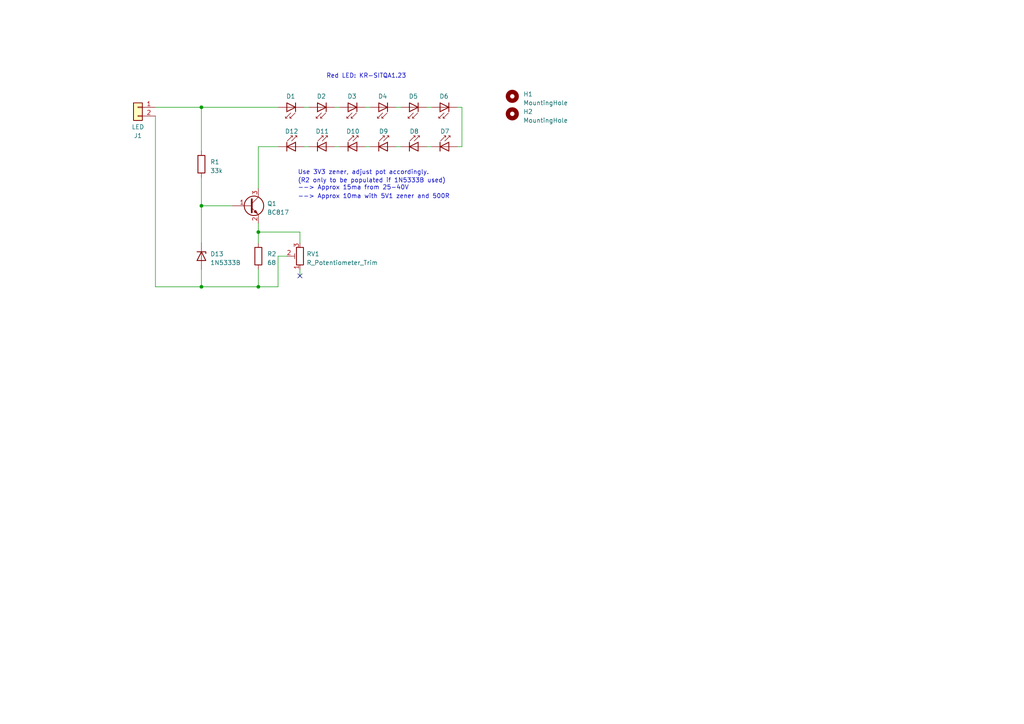
<source format=kicad_sch>
(kicad_sch (version 20230121) (generator eeschema)
  (paper "A4")
  (title_block (title "AIL LED") (date "2024-04-16") (rev "1.1.0") (company "SUFST - Southampton University Formula Student Team") (comment 1 "STAG X") (comment 2 "Ray Wang"))
  (lib_symbols
    (symbol "Connector_Generic:Conn_01x02" (pin_names (offset 1.016) hide)
      (property "Reference" "J" (at 0 2.54 0))
      (property "Value" "Conn_01x02" (at 0 -5.08 0))
      (symbol "Conn_01x02_1_1"
        (rectangle (start -1.27 -2.413) (end 0 -2.667) (stroke (width 0.1524)))
        (rectangle (start -1.27 0.127) (end 0 -0.127) (stroke (width 0.1524)))
        (rectangle (start -1.27 1.27) (end 1.27 -3.81) (stroke (width 0.254)) (fill (type background)))
        (pin passive line (at -5.08 0 0) (length 3.81) (name "Pin_1") (number "1"))
        (pin passive line (at -5.08 -2.54 0) (length 3.81) (name "Pin_2") (number "2"))
      )
    )
    (symbol "Device:R" (pin_numbers hide) (pin_names (offset 0))
      (property "Reference" "R" (at 2.032 0 90))
      (property "Value" "R" (at 0 0 90))
      (symbol "R_0_1"
        (rectangle (start -1.016 -2.54) (end 1.016 2.54) (stroke (width 0.254)))
      )
      (symbol "R_1_1"
        (pin passive line (at 0 3.81 270) (length 1.27) (name "~") (number "1"))
        (pin passive line (at 0 -3.81 90) (length 1.27) (name "~") (number "2"))
      )
    )
    (symbol "Device:R_Potentiometer_Trim" (pin_names (offset 1.016) hide)
      (property "Reference" "RV" (at -4.445 0 90))
      (property "Value" "R_Potentiometer_Trim" (at -2.54 0 90))
      (symbol "R_Potentiometer_Trim_0_1"
        (polyline (pts (xy 1.524 0.762) (xy 1.524 -0.762)))
        (polyline (pts (xy 2.54 0) (xy 1.524 0)))
        (rectangle (start 1.016 2.54) (end -1.016 -2.54) (stroke (width 0.254)))
      )
      (symbol "R_Potentiometer_Trim_1_1"
        (pin passive line (at 0 3.81 270) (length 1.27) (name "1") (number "1"))
        (pin passive line (at 3.81 0 180) (length 1.27) (name "2") (number "2"))
        (pin passive line (at 0 -3.81 90) (length 1.27) (name "3") (number "3"))
      )
    )
    (symbol "Diode:1N53xxB" (pin_numbers hide) (pin_names hide)
      (property "Reference" "D" (at 0 2.54 0))
      (property "Value" "1N53xxB" (at 0 -2.54 0))
      (symbol "1N53xxB_0_1"
        (polyline (pts (xy 1.27 0) (xy -1.27 0)))
        (polyline (pts (xy -1.27 -1.27) (xy -1.27 1.27) (xy -0.762 1.27)) (stroke (width 0.254)))
        (polyline (pts (xy 1.27 -1.27) (xy 1.27 1.27) (xy -1.27 0) (xy 1.27 -1.27)) (stroke (width 0.254)))
      )
      (symbol "1N53xxB_1_1"
        (pin passive line (at -3.81 0 0) (length 2.54) (name "K") (number "1"))
        (pin passive line (at 3.81 0 180) (length 2.54) (name "A") (number "2"))
      )
    )
    (symbol "LED:IR204A" (pin_numbers hide) (pin_names (offset 1.016) hide)
      (property "Reference" "D" (at 0.508 1.778 0))
      (property "Value" "IR204A" (at -1.016 -2.794 0))
      (symbol "IR204A_0_1"
        (polyline (pts (xy -2.54 1.27) (xy -2.54 -1.27)) (stroke (width 0.254)))
        (polyline (pts (xy 0 0) (xy -2.54 0)))
        (polyline (pts (xy 0.381 3.175) (xy -0.127 3.175)))
        (polyline (pts (xy -1.143 1.651) (xy 0.381 3.175) (xy 0.381 2.667)))
        (polyline (pts (xy 0 1.27) (xy -2.54 0) (xy 0 -1.27) (xy 0 1.27)) (stroke (width 0.254)))
        (polyline (pts (xy -2.413 1.651) (xy -0.889 3.175) (xy -0.889 2.667) (xy -0.889 3.175) (xy -1.397 3.175)))
      )
      (symbol "IR204A_1_1"
        (pin passive line (at -5.08 0 0) (length 2.54) (name "K") (number "1"))
        (pin passive line (at 2.54 0 180) (length 2.54) (name "A") (number "2"))
      )
    )
    (symbol "Mechanical:MountingHole" (pin_names (offset 1.016))
      (property "Reference" "H" (at 0 5.08 0))
      (property "Value" "MountingHole" (at 0 3.175 0))
      (symbol "MountingHole_0_1"
        (circle (center 0 0) (radius 1.27) (stroke (width 1.27)))
      )
    )
    (symbol "Transistor_BJT:BC817" (pin_names (offset 0) hide)
      (property "Reference" "Q" (at 5.08 1.905 0))
      (property "Value" "BC817" (at 5.08 0 0))
      (symbol "BC817_0_1"
        (polyline (pts (xy 0.635 0.635) (xy 2.54 2.54)))
        (polyline (pts (xy 0.635 -0.635) (xy 2.54 -2.54) (xy 2.54 -2.54)))
        (polyline (pts (xy 0.635 1.905) (xy 0.635 -1.905) (xy 0.635 -1.905)) (stroke (width 0.508)))
        (polyline (pts (xy 1.27 -1.778) (xy 1.778 -1.27) (xy 2.286 -2.286) (xy 1.27 -1.778) (xy 1.27 -1.778)) (fill (type outline)))
        (circle (center 1.27 0) (radius 2.8194) (stroke (width 0.254)))
      )
      (symbol "BC817_1_1"
        (pin input line (at -5.08 0 0) (length 5.715) (name "B") (number "1"))
        (pin passive line (at 2.54 -5.08 90) (length 2.54) (name "E") (number "2"))
        (pin passive line (at 2.54 5.08 270) (length 2.54) (name "C") (number "3"))
      )
    )
  )
  (junction (at 58.42 31.115))
  (junction (at 58.42 83.185))
  (junction (at 74.93 83.185))
  (junction (at 74.93 67.31))
  (junction (at 58.42 59.69))
  (no_connect (at 86.995 80.01))
  (wire (pts (xy 86.995 70.485) (xy 86.995 67.31)))
  (wire (pts (xy 74.93 67.31) (xy 74.93 70.485)))
  (wire (pts (xy 125.095 31.115) (xy 123.825 31.115)))
  (wire (pts (xy 123.825 42.545) (xy 125.095 42.545)))
  (wire (pts (xy 133.985 42.545) (xy 132.715 42.545)))
  (wire (pts (xy 74.93 42.545) (xy 74.93 54.61)))
  (wire (pts (xy 83.185 74.295) (xy 80.645 74.295)))
  (wire (pts (xy 132.715 31.115) (xy 133.985 31.115)))
  (wire (pts (xy 58.42 59.69) (xy 58.42 70.485)))
  (wire (pts (xy 86.995 67.31) (xy 74.93 67.31)))
  (wire (pts (xy 133.985 31.115) (xy 133.985 42.545)))
  (wire (pts (xy 98.425 31.115) (xy 97.155 31.115)))
  (wire (pts (xy 86.995 80.01) (xy 86.995 78.105)))
  (wire (pts (xy 116.205 31.115) (xy 114.935 31.115)))
  (wire (pts (xy 80.645 83.185) (xy 74.93 83.185)))
  (wire (pts (xy 58.42 83.185) (xy 58.42 78.105)))
  (wire (pts (xy 107.315 31.115) (xy 106.045 31.115)))
  (wire (pts (xy 45.085 33.655) (xy 45.085 83.185)))
  (wire (pts (xy 58.42 31.115) (xy 58.42 43.815)))
  (wire (pts (xy 114.935 42.545) (xy 116.205 42.545)))
  (wire (pts (xy 58.42 51.435) (xy 58.42 59.69)))
  (wire (pts (xy 80.645 31.115) (xy 58.42 31.115)))
  (wire (pts (xy 45.085 83.185) (xy 58.42 83.185)))
  (wire (pts (xy 74.93 78.105) (xy 74.93 83.185)))
  (wire (pts (xy 89.535 31.115) (xy 88.265 31.115)))
  (wire (pts (xy 80.645 74.295) (xy 80.645 83.185)))
  (wire (pts (xy 58.42 31.115) (xy 45.085 31.115)))
  (wire (pts (xy 106.045 42.545) (xy 107.315 42.545)))
  (wire (pts (xy 74.93 83.185) (xy 58.42 83.185)))
  (wire (pts (xy 88.265 42.545) (xy 89.535 42.545)))
  (wire (pts (xy 74.93 64.77) (xy 74.93 67.31)))
  (wire (pts (xy 58.42 59.69) (xy 67.31 59.69)))
  (wire (pts (xy 97.155 42.545) (xy 98.425 42.545)))
  (wire (pts (xy 80.645 42.545) (xy 74.93 42.545)))
  (text "Red LED: KR-SITQA1.23" (at 94.615 22.86 0) (effects (font (size 1.27 1.27)) (justify left bottom)))
  (text "Use 3V3 zener, adjust pot accordingly." (at 86.36 50.8 0) (effects (font (size 1.27 1.27)) (justify left bottom)))
  (text "(R2 only to be populated if 1N5333B used)\n--> Approx 15ma from 25-40V" (at 86.36 55.245 0) (effects (font (size 1.27 1.27)) (justify left bottom)))
  (text "--> Approx 10ma with 5V1 zener and 500R" (at 86.36 57.785 0) (effects (font (size 1.27 1.27)) (justify left bottom)))
  (symbol (lib_id "LED:IR204A") (at 127.635 31.115 180) (unit 1)
    (property "Reference" "D6" (at 128.778 27.94 0))
    (property "Value" "KR-SITQA1.23" (effects hide))
    (property "Footprint" "SUFST:KR-SITQA1.23_reflow" (effects hide))
    (property "Datasheet" "http://www.everlight.com/file/ProductFile/IR204-A.pdf" (effects hide))
  )
  (symbol (lib_id "Mechanical:MountingHole") (at 148.59 33.02 0) (unit 1)
    (property "Reference" "H2" (at 151.765 32.385 0) (effects (justify left)))
    (property "Value" "MountingHole" (at 151.765 34.925 0) (effects (justify left)))
    (property "Footprint" "MountingHole:MountingHole_3.2mm_M3" (effects hide))
  )
  (symbol (lib_id "LED:IR204A") (at 85.725 42.545 0) (unit 1)
    (property "Reference" "D12" (at 84.582 38.1 0))
    (property "Value" "KR-SITQA1.23" (effects hide))
    (property "Footprint" "SUFST:KR-SITQA1.23_reflow" (effects hide))
    (property "Datasheet" "http://www.everlight.com/file/ProductFile/IR204-A.pdf" (effects hide))
  )
  (symbol (lib_id "LED:IR204A") (at 103.505 42.545 0) (unit 1)
    (property "Reference" "D10" (at 102.362 38.1 0))
    (property "Value" "KR-SITQA1.23" (effects hide))
    (property "Footprint" "SUFST:KR-SITQA1.23_reflow" (effects hide))
    (property "Datasheet" "http://www.everlight.com/file/ProductFile/IR204-A.pdf" (effects hide))
  )
  (symbol (lib_id "Device:R") (at 58.42 47.625 0) (unit 1)
    (property "Reference" "R1" (at 60.96 46.99 0) (effects (justify left)))
    (property "Value" "33k" (at 60.96 49.53 0) (effects (justify left)))
    (property "Footprint" "Resistor_SMD:R_0805_2012Metric" (effects hide))
  )
  (symbol (lib_id "Connector_Generic:Conn_01x02") (at 40.005 31.115 0) (mirror y) (unit 1)
    (property "Reference" "J1" (at 40.005 39.37 0))
    (property "Value" "LED" (at 40.005 36.83 0))
    (property "Footprint" "SUFST:Molex_Micro-Fit_3.0_43650-0214_1x02_P3.00mm_Horizontal" (effects hide))
  )
  (symbol (lib_id "LED:IR204A") (at 92.075 31.115 180) (unit 1)
    (property "Reference" "D2" (at 93.218 27.94 0))
    (property "Value" "KR-SITQA1.23" (effects hide))
    (property "Footprint" "SUFST:KR-SITQA1.23_reflow" (effects hide))
    (property "Datasheet" "http://www.everlight.com/file/ProductFile/IR204-A.pdf" (effects hide))
  )
  (symbol (lib_id "Device:R") (at 74.93 74.295 0) (unit 1)
    (property "Reference" "R2" (at 77.47 73.66 0) (effects (justify left)))
    (property "Value" "68" (at 77.47 76.2 0) (effects (justify left)))
    (property "Footprint" "Resistor_SMD:R_0805_2012Metric" (effects hide))
  )
  (symbol (lib_id "LED:IR204A") (at 100.965 31.115 180) (unit 1)
    (property "Reference" "D3" (at 102.108 27.94 0))
    (property "Value" "KR-SITQA1.23" (effects hide))
    (property "Footprint" "SUFST:KR-SITQA1.23_reflow" (effects hide))
    (property "Datasheet" "http://www.everlight.com/file/ProductFile/IR204-A.pdf" (effects hide))
  )
  (symbol (lib_id "LED:IR204A") (at 83.185 31.115 180) (unit 1)
    (property "Reference" "D1" (at 84.328 27.94 0))
    (property "Value" "KR-SITQA1.23" (effects hide))
    (property "Footprint" "SUFST:KR-SITQA1.23_reflow" (effects hide))
    (property "Datasheet" "http://www.everlight.com/file/ProductFile/IR204-A.pdf" (effects hide))
  )
  (symbol (lib_id "LED:IR204A") (at 121.285 42.545 0) (unit 1)
    (property "Reference" "D8" (at 120.142 38.1 0))
    (property "Value" "KR-SITQA1.23" (effects hide))
    (property "Footprint" "SUFST:KR-SITQA1.23_reflow" (effects hide))
    (property "Datasheet" "http://www.everlight.com/file/ProductFile/IR204-A.pdf" (effects hide))
  )
  (symbol (lib_id "LED:IR204A") (at 109.855 31.115 180) (unit 1)
    (property "Reference" "D4" (at 110.998 27.94 0))
    (property "Value" "KR-SITQA1.23" (effects hide))
    (property "Footprint" "SUFST:KR-SITQA1.23_reflow" (effects hide))
    (property "Datasheet" "http://www.everlight.com/file/ProductFile/IR204-A.pdf" (effects hide))
  )
  (symbol (lib_id "Device:R_Potentiometer_Trim") (at 86.995 74.295 180) (unit 1)
    (property "Reference" "RV1" (at 88.9 73.66 0) (effects (justify right)))
    (property "Value" "R_Potentiometer_Trim" (at 88.9 76.2 0) (effects (justify right)))
    (property "Footprint" "Potentiometer_SMD:Potentiometer_Bourns_3224J_Horizontal" (effects hide))
  )
  (symbol (lib_id "LED:IR204A") (at 94.615 42.545 0) (unit 1)
    (property "Reference" "D11" (at 93.472 38.1 0))
    (property "Value" "KR-SITQA1.23" (effects hide))
    (property "Footprint" "SUFST:KR-SITQA1.23_reflow" (effects hide))
    (property "Datasheet" "http://www.everlight.com/file/ProductFile/IR204-A.pdf" (effects hide))
  )
  (symbol (lib_id "Diode:1N53xxB") (at 58.42 74.295 270) (unit 1)
    (property "Reference" "D13" (at 60.96 73.66 90) (effects (justify left)))
    (property "Value" "1N5333B" (at 60.96 76.2 90) (effects (justify left)))
    (property "Footprint" "Diode_SMD:D_SOD-123F" (effects hide))
  )
  (symbol (lib_id "LED:IR204A") (at 130.175 42.545 0) (unit 1)
    (property "Reference" "D7" (at 129.032 38.1 0))
    (property "Value" "KR-SITQA1.23" (effects hide))
    (property "Footprint" "SUFST:KR-SITQA1.23_reflow" (effects hide))
    (property "Datasheet" "http://www.everlight.com/file/ProductFile/IR204-A.pdf" (effects hide))
  )
  (symbol (lib_id "Mechanical:MountingHole") (at 148.59 27.94 0) (unit 1)
    (property "Reference" "H1" (at 151.765 27.305 0) (effects (justify left)))
    (property "Value" "MountingHole" (at 151.765 29.845 0) (effects (justify left)))
    (property "Footprint" "MountingHole:MountingHole_3.2mm_M3" (effects hide))
  )
  (symbol (lib_id "Transistor_BJT:BC817") (at 72.39 59.69 0) (unit 1)
    (property "Reference" "Q1" (at 77.47 59.055 0) (effects (justify left)))
    (property "Value" "BC817" (at 77.47 61.595 0) (effects (justify left)))
    (property "Footprint" "Package_TO_SOT_SMD:SOT-23" (effects hide))
    (property "Datasheet" "https://www.onsemi.com/pub/Collateral/BC818-D.pdf" (effects hide))
  )
  (symbol (lib_id "LED:IR204A") (at 118.745 31.115 180) (unit 1)
    (property "Reference" "D5" (at 119.888 27.94 0))
    (property "Value" "KR-SITQA1.23" (effects hide))
    (property "Footprint" "SUFST:KR-SITQA1.23_reflow" (effects hide))
    (property "Datasheet" "http://www.everlight.com/file/ProductFile/IR204-A.pdf" (effects hide))
  )
  (symbol (lib_id "LED:IR204A") (at 112.395 42.545 0) (unit 1)
    (property "Reference" "D9" (at 111.252 38.1 0))
    (property "Value" "KR-SITQA1.23" (effects hide))
    (property "Footprint" "SUFST:KR-SITQA1.23_reflow" (effects hide))
    (property "Datasheet" "http://www.everlight.com/file/ProductFile/IR204-A.pdf" (effects hide))
  )
)
</source>
